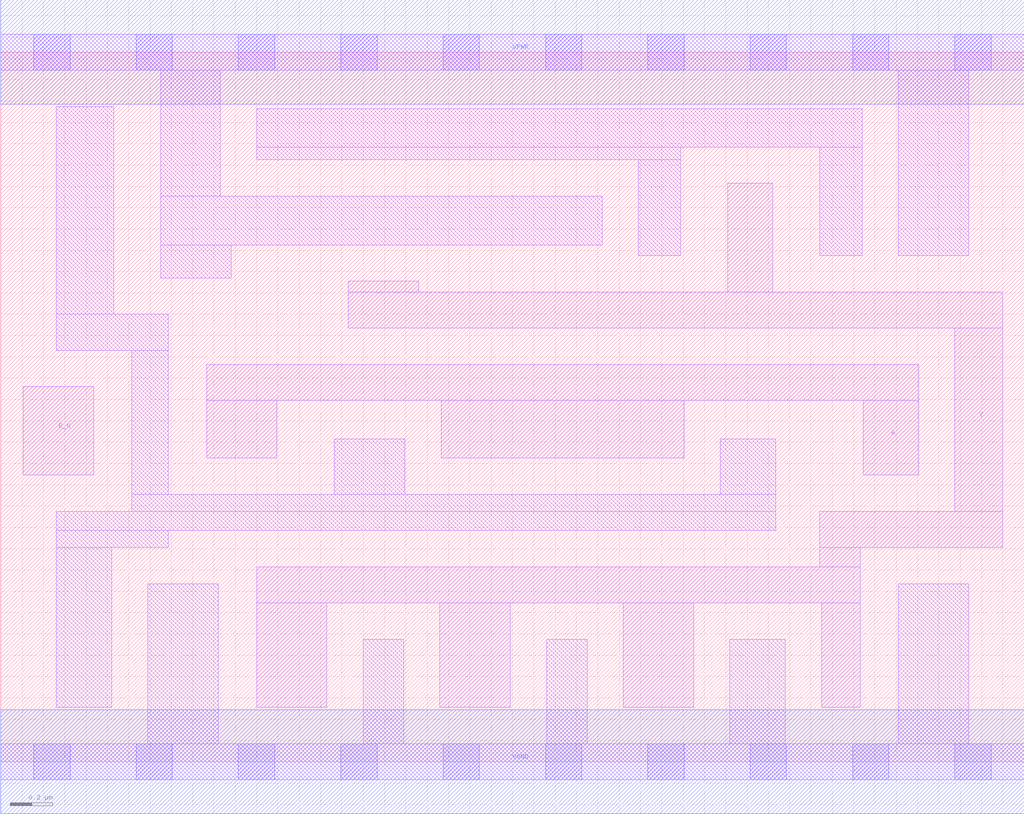
<source format=lef>
# Copyright 2020 The SkyWater PDK Authors
#
# Licensed under the Apache License, Version 2.0 (the "License");
# you may not use this file except in compliance with the License.
# You may obtain a copy of the License at
#
#     https://www.apache.org/licenses/LICENSE-2.0
#
# Unless required by applicable law or agreed to in writing, software
# distributed under the License is distributed on an "AS IS" BASIS,
# WITHOUT WARRANTIES OR CONDITIONS OF ANY KIND, either express or implied.
# See the License for the specific language governing permissions and
# limitations under the License.
#
# SPDX-License-Identifier: Apache-2.0

VERSION 5.7 ;
  NAMESCASESENSITIVE ON ;
  NOWIREEXTENSIONATPIN ON ;
  DIVIDERCHAR "/" ;
  BUSBITCHARS "[]" ;
UNITS
  DATABASE MICRONS 200 ;
END UNITS
MACRO sky130_fd_sc_lp__nor2b_4
  CLASS CORE ;
  SOURCE USER ;
  FOREIGN sky130_fd_sc_lp__nor2b_4 ;
  ORIGIN  0.000000  0.000000 ;
  SIZE  4.800000 BY  3.330000 ;
  SYMMETRY X Y R90 ;
  SITE unit ;
  PIN A
    ANTENNAGATEAREA  1.260000 ;
    DIRECTION INPUT ;
    USE SIGNAL ;
    PORT
      LAYER li1 ;
        RECT 0.965000 1.425000 1.295000 1.695000 ;
        RECT 0.965000 1.695000 4.305000 1.865000 ;
        RECT 2.065000 1.425000 3.205000 1.695000 ;
        RECT 4.045000 1.345000 4.305000 1.695000 ;
    END
  END A
  PIN B_N
    ANTENNAGATEAREA  0.315000 ;
    DIRECTION INPUT ;
    USE SIGNAL ;
    PORT
      LAYER li1 ;
        RECT 0.105000 1.345000 0.435000 1.760000 ;
    END
  END B_N
  PIN Y
    ANTENNADIFFAREA  1.646400 ;
    DIRECTION OUTPUT ;
    USE SIGNAL ;
    PORT
      LAYER li1 ;
        RECT 1.200000 0.255000 1.530000 0.745000 ;
        RECT 1.200000 0.745000 4.030000 0.915000 ;
        RECT 1.630000 2.035000 4.700000 2.205000 ;
        RECT 1.630000 2.205000 1.960000 2.255000 ;
        RECT 2.060000 0.255000 2.390000 0.745000 ;
        RECT 2.920000 0.255000 3.250000 0.745000 ;
        RECT 3.410000 2.205000 3.620000 2.715000 ;
        RECT 3.840000 0.915000 4.030000 1.005000 ;
        RECT 3.840000 1.005000 4.700000 1.175000 ;
        RECT 3.850000 0.255000 4.030000 0.745000 ;
        RECT 4.475000 1.175000 4.700000 2.035000 ;
    END
  END Y
  PIN VGND
    DIRECTION INOUT ;
    USE GROUND ;
    PORT
      LAYER met1 ;
        RECT 0.000000 -0.245000 4.800000 0.245000 ;
    END
  END VGND
  PIN VPWR
    DIRECTION INOUT ;
    USE POWER ;
    PORT
      LAYER met1 ;
        RECT 0.000000 3.085000 4.800000 3.575000 ;
    END
  END VPWR
  OBS
    LAYER li1 ;
      RECT 0.000000 -0.085000 4.800000 0.085000 ;
      RECT 0.000000  3.245000 4.800000 3.415000 ;
      RECT 0.260000  0.255000 0.520000 1.005000 ;
      RECT 0.260000  1.005000 0.785000 1.085000 ;
      RECT 0.260000  1.085000 3.635000 1.175000 ;
      RECT 0.260000  1.930000 0.785000 2.100000 ;
      RECT 0.260000  2.100000 0.530000 3.075000 ;
      RECT 0.615000  1.175000 3.635000 1.255000 ;
      RECT 0.615000  1.255000 0.785000 1.930000 ;
      RECT 0.690000  0.085000 1.020000 0.835000 ;
      RECT 0.750000  2.270000 1.080000 2.425000 ;
      RECT 0.750000  2.425000 2.820000 2.655000 ;
      RECT 0.750000  2.655000 1.030000 3.245000 ;
      RECT 1.200000  2.825000 3.190000 2.885000 ;
      RECT 1.200000  2.885000 4.040000 3.065000 ;
      RECT 1.565000  1.255000 1.895000 1.515000 ;
      RECT 1.700000  0.085000 1.890000 0.575000 ;
      RECT 2.560000  0.085000 2.750000 0.575000 ;
      RECT 2.990000  2.375000 3.190000 2.825000 ;
      RECT 3.375000  1.255000 3.635000 1.515000 ;
      RECT 3.420000  0.085000 3.680000 0.575000 ;
      RECT 3.840000  2.375000 4.040000 2.885000 ;
      RECT 4.210000  0.085000 4.540000 0.835000 ;
      RECT 4.210000  2.375000 4.540000 3.245000 ;
    LAYER mcon ;
      RECT 0.155000 -0.085000 0.325000 0.085000 ;
      RECT 0.155000  3.245000 0.325000 3.415000 ;
      RECT 0.635000 -0.085000 0.805000 0.085000 ;
      RECT 0.635000  3.245000 0.805000 3.415000 ;
      RECT 1.115000 -0.085000 1.285000 0.085000 ;
      RECT 1.115000  3.245000 1.285000 3.415000 ;
      RECT 1.595000 -0.085000 1.765000 0.085000 ;
      RECT 1.595000  3.245000 1.765000 3.415000 ;
      RECT 2.075000 -0.085000 2.245000 0.085000 ;
      RECT 2.075000  3.245000 2.245000 3.415000 ;
      RECT 2.555000 -0.085000 2.725000 0.085000 ;
      RECT 2.555000  3.245000 2.725000 3.415000 ;
      RECT 3.035000 -0.085000 3.205000 0.085000 ;
      RECT 3.035000  3.245000 3.205000 3.415000 ;
      RECT 3.515000 -0.085000 3.685000 0.085000 ;
      RECT 3.515000  3.245000 3.685000 3.415000 ;
      RECT 3.995000 -0.085000 4.165000 0.085000 ;
      RECT 3.995000  3.245000 4.165000 3.415000 ;
      RECT 4.475000 -0.085000 4.645000 0.085000 ;
      RECT 4.475000  3.245000 4.645000 3.415000 ;
  END
END sky130_fd_sc_lp__nor2b_4

</source>
